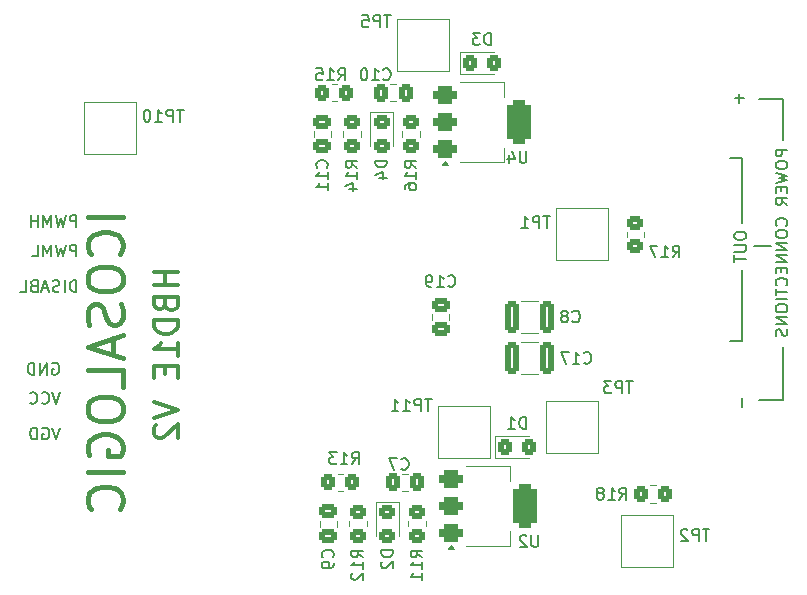
<source format=gbo>
G04 #@! TF.GenerationSoftware,KiCad,Pcbnew,8.0.9-8.0.9-0~ubuntu22.04.1*
G04 #@! TF.CreationDate,2025-04-03T00:10:20-07:00*
G04 #@! TF.ProjectId,HBD1E,48424431-452e-46b6-9963-61645f706362,rev?*
G04 #@! TF.SameCoordinates,Original*
G04 #@! TF.FileFunction,Legend,Bot*
G04 #@! TF.FilePolarity,Positive*
%FSLAX46Y46*%
G04 Gerber Fmt 4.6, Leading zero omitted, Abs format (unit mm)*
G04 Created by KiCad (PCBNEW 8.0.9-8.0.9-0~ubuntu22.04.1) date 2025-04-03 00:10:20*
%MOMM*%
%LPD*%
G01*
G04 APERTURE LIST*
G04 Aperture macros list*
%AMRoundRect*
0 Rectangle with rounded corners*
0 $1 Rounding radius*
0 $2 $3 $4 $5 $6 $7 $8 $9 X,Y pos of 4 corners*
0 Add a 4 corners polygon primitive as box body*
4,1,4,$2,$3,$4,$5,$6,$7,$8,$9,$2,$3,0*
0 Add four circle primitives for the rounded corners*
1,1,$1+$1,$2,$3*
1,1,$1+$1,$4,$5*
1,1,$1+$1,$6,$7*
1,1,$1+$1,$8,$9*
0 Add four rect primitives between the rounded corners*
20,1,$1+$1,$2,$3,$4,$5,0*
20,1,$1+$1,$4,$5,$6,$7,0*
20,1,$1+$1,$6,$7,$8,$9,0*
20,1,$1+$1,$8,$9,$2,$3,0*%
G04 Aperture macros list end*
%ADD10C,0.150000*%
%ADD11C,0.450000*%
%ADD12C,0.300000*%
%ADD13C,0.120000*%
%ADD14C,3.100000*%
%ADD15C,5.400000*%
%ADD16R,4.500000X1.905000*%
%ADD17O,4.500000X1.905000*%
%ADD18R,1.500000X1.500000*%
%ADD19C,1.500000*%
%ADD20C,2.700000*%
%ADD21R,1.700000X1.700000*%
%ADD22O,1.700000X1.700000*%
%ADD23R,4.000000X4.000000*%
%ADD24RoundRect,0.250000X0.450000X-0.350000X0.450000X0.350000X-0.450000X0.350000X-0.450000X-0.350000X0*%
%ADD25RoundRect,0.250000X-0.450000X0.350000X-0.450000X-0.350000X0.450000X-0.350000X0.450000X0.350000X0*%
%ADD26RoundRect,0.250000X0.475000X-0.337500X0.475000X0.337500X-0.475000X0.337500X-0.475000X-0.337500X0*%
%ADD27RoundRect,0.250000X0.337500X0.475000X-0.337500X0.475000X-0.337500X-0.475000X0.337500X-0.475000X0*%
%ADD28RoundRect,0.250000X-0.350000X-0.450000X0.350000X-0.450000X0.350000X0.450000X-0.350000X0.450000X0*%
%ADD29RoundRect,0.250000X-0.475000X0.337500X-0.475000X-0.337500X0.475000X-0.337500X0.475000X0.337500X0*%
%ADD30RoundRect,0.375000X-0.625000X-0.375000X0.625000X-0.375000X0.625000X0.375000X-0.625000X0.375000X0*%
%ADD31RoundRect,0.500000X-0.500000X-1.400000X0.500000X-1.400000X0.500000X1.400000X-0.500000X1.400000X0*%
%ADD32RoundRect,0.250000X-0.325000X-1.100000X0.325000X-1.100000X0.325000X1.100000X-0.325000X1.100000X0*%
%ADD33RoundRect,0.250000X-0.450000X0.325000X-0.450000X-0.325000X0.450000X-0.325000X0.450000X0.325000X0*%
%ADD34RoundRect,0.250000X-0.325000X-0.450000X0.325000X-0.450000X0.325000X0.450000X-0.325000X0.450000X0*%
G04 APERTURE END LIST*
D10*
X104000000Y-54000000D02*
X103000000Y-54000000D01*
X107500000Y-52500000D02*
X107500000Y-49000000D01*
X104000000Y-59500000D02*
X104000000Y-54000000D01*
X106500000Y-61500000D02*
X105000000Y-61500000D01*
X104000000Y-63500000D02*
X104000000Y-69500000D01*
X107500000Y-74500000D02*
X105500000Y-74500000D01*
X107500000Y-49000000D02*
X105500000Y-49000000D01*
X104000000Y-69500000D02*
X103000000Y-69500000D01*
X107500000Y-70000000D02*
X107500000Y-74500000D01*
X103369819Y-60527255D02*
X103369819Y-60717731D01*
X103369819Y-60717731D02*
X103417438Y-60812969D01*
X103417438Y-60812969D02*
X103512676Y-60908207D01*
X103512676Y-60908207D02*
X103703152Y-60955826D01*
X103703152Y-60955826D02*
X104036485Y-60955826D01*
X104036485Y-60955826D02*
X104226961Y-60908207D01*
X104226961Y-60908207D02*
X104322200Y-60812969D01*
X104322200Y-60812969D02*
X104369819Y-60717731D01*
X104369819Y-60717731D02*
X104369819Y-60527255D01*
X104369819Y-60527255D02*
X104322200Y-60432017D01*
X104322200Y-60432017D02*
X104226961Y-60336779D01*
X104226961Y-60336779D02*
X104036485Y-60289160D01*
X104036485Y-60289160D02*
X103703152Y-60289160D01*
X103703152Y-60289160D02*
X103512676Y-60336779D01*
X103512676Y-60336779D02*
X103417438Y-60432017D01*
X103417438Y-60432017D02*
X103369819Y-60527255D01*
X103369819Y-61384398D02*
X104179342Y-61384398D01*
X104179342Y-61384398D02*
X104274580Y-61432017D01*
X104274580Y-61432017D02*
X104322200Y-61479636D01*
X104322200Y-61479636D02*
X104369819Y-61574874D01*
X104369819Y-61574874D02*
X104369819Y-61765350D01*
X104369819Y-61765350D02*
X104322200Y-61860588D01*
X104322200Y-61860588D02*
X104274580Y-61908207D01*
X104274580Y-61908207D02*
X104179342Y-61955826D01*
X104179342Y-61955826D02*
X103369819Y-61955826D01*
X103369819Y-62289160D02*
X103369819Y-62860588D01*
X104369819Y-62574874D02*
X103369819Y-62574874D01*
X46306077Y-76869819D02*
X45972744Y-77869819D01*
X45972744Y-77869819D02*
X45639411Y-76869819D01*
X44782268Y-76917438D02*
X44877506Y-76869819D01*
X44877506Y-76869819D02*
X45020363Y-76869819D01*
X45020363Y-76869819D02*
X45163220Y-76917438D01*
X45163220Y-76917438D02*
X45258458Y-77012676D01*
X45258458Y-77012676D02*
X45306077Y-77107914D01*
X45306077Y-77107914D02*
X45353696Y-77298390D01*
X45353696Y-77298390D02*
X45353696Y-77441247D01*
X45353696Y-77441247D02*
X45306077Y-77631723D01*
X45306077Y-77631723D02*
X45258458Y-77726961D01*
X45258458Y-77726961D02*
X45163220Y-77822200D01*
X45163220Y-77822200D02*
X45020363Y-77869819D01*
X45020363Y-77869819D02*
X44925125Y-77869819D01*
X44925125Y-77869819D02*
X44782268Y-77822200D01*
X44782268Y-77822200D02*
X44734649Y-77774580D01*
X44734649Y-77774580D02*
X44734649Y-77441247D01*
X44734649Y-77441247D02*
X44925125Y-77441247D01*
X44306077Y-77869819D02*
X44306077Y-76869819D01*
X44306077Y-76869819D02*
X44067982Y-76869819D01*
X44067982Y-76869819D02*
X43925125Y-76917438D01*
X43925125Y-76917438D02*
X43829887Y-77012676D01*
X43829887Y-77012676D02*
X43782268Y-77107914D01*
X43782268Y-77107914D02*
X43734649Y-77298390D01*
X43734649Y-77298390D02*
X43734649Y-77441247D01*
X43734649Y-77441247D02*
X43782268Y-77631723D01*
X43782268Y-77631723D02*
X43829887Y-77726961D01*
X43829887Y-77726961D02*
X43925125Y-77822200D01*
X43925125Y-77822200D02*
X44067982Y-77869819D01*
X44067982Y-77869819D02*
X44306077Y-77869819D01*
D11*
X51609457Y-59010337D02*
X48609457Y-59010337D01*
X51323742Y-62153194D02*
X51466600Y-62010337D01*
X51466600Y-62010337D02*
X51609457Y-61581765D01*
X51609457Y-61581765D02*
X51609457Y-61296051D01*
X51609457Y-61296051D02*
X51466600Y-60867480D01*
X51466600Y-60867480D02*
X51180885Y-60581765D01*
X51180885Y-60581765D02*
X50895171Y-60438908D01*
X50895171Y-60438908D02*
X50323742Y-60296051D01*
X50323742Y-60296051D02*
X49895171Y-60296051D01*
X49895171Y-60296051D02*
X49323742Y-60438908D01*
X49323742Y-60438908D02*
X49038028Y-60581765D01*
X49038028Y-60581765D02*
X48752314Y-60867480D01*
X48752314Y-60867480D02*
X48609457Y-61296051D01*
X48609457Y-61296051D02*
X48609457Y-61581765D01*
X48609457Y-61581765D02*
X48752314Y-62010337D01*
X48752314Y-62010337D02*
X48895171Y-62153194D01*
X48609457Y-64010337D02*
X48609457Y-64581765D01*
X48609457Y-64581765D02*
X48752314Y-64867480D01*
X48752314Y-64867480D02*
X49038028Y-65153194D01*
X49038028Y-65153194D02*
X49609457Y-65296051D01*
X49609457Y-65296051D02*
X50609457Y-65296051D01*
X50609457Y-65296051D02*
X51180885Y-65153194D01*
X51180885Y-65153194D02*
X51466600Y-64867480D01*
X51466600Y-64867480D02*
X51609457Y-64581765D01*
X51609457Y-64581765D02*
X51609457Y-64010337D01*
X51609457Y-64010337D02*
X51466600Y-63724623D01*
X51466600Y-63724623D02*
X51180885Y-63438908D01*
X51180885Y-63438908D02*
X50609457Y-63296051D01*
X50609457Y-63296051D02*
X49609457Y-63296051D01*
X49609457Y-63296051D02*
X49038028Y-63438908D01*
X49038028Y-63438908D02*
X48752314Y-63724623D01*
X48752314Y-63724623D02*
X48609457Y-64010337D01*
X51466600Y-66438908D02*
X51609457Y-66867480D01*
X51609457Y-66867480D02*
X51609457Y-67581765D01*
X51609457Y-67581765D02*
X51466600Y-67867480D01*
X51466600Y-67867480D02*
X51323742Y-68010337D01*
X51323742Y-68010337D02*
X51038028Y-68153194D01*
X51038028Y-68153194D02*
X50752314Y-68153194D01*
X50752314Y-68153194D02*
X50466600Y-68010337D01*
X50466600Y-68010337D02*
X50323742Y-67867480D01*
X50323742Y-67867480D02*
X50180885Y-67581765D01*
X50180885Y-67581765D02*
X50038028Y-67010337D01*
X50038028Y-67010337D02*
X49895171Y-66724622D01*
X49895171Y-66724622D02*
X49752314Y-66581765D01*
X49752314Y-66581765D02*
X49466600Y-66438908D01*
X49466600Y-66438908D02*
X49180885Y-66438908D01*
X49180885Y-66438908D02*
X48895171Y-66581765D01*
X48895171Y-66581765D02*
X48752314Y-66724622D01*
X48752314Y-66724622D02*
X48609457Y-67010337D01*
X48609457Y-67010337D02*
X48609457Y-67724622D01*
X48609457Y-67724622D02*
X48752314Y-68153194D01*
X50752314Y-69296051D02*
X50752314Y-70724623D01*
X51609457Y-69010337D02*
X48609457Y-70010337D01*
X48609457Y-70010337D02*
X51609457Y-71010337D01*
X51609457Y-73438909D02*
X51609457Y-72010337D01*
X51609457Y-72010337D02*
X48609457Y-72010337D01*
X48609457Y-75010337D02*
X48609457Y-75581765D01*
X48609457Y-75581765D02*
X48752314Y-75867480D01*
X48752314Y-75867480D02*
X49038028Y-76153194D01*
X49038028Y-76153194D02*
X49609457Y-76296051D01*
X49609457Y-76296051D02*
X50609457Y-76296051D01*
X50609457Y-76296051D02*
X51180885Y-76153194D01*
X51180885Y-76153194D02*
X51466600Y-75867480D01*
X51466600Y-75867480D02*
X51609457Y-75581765D01*
X51609457Y-75581765D02*
X51609457Y-75010337D01*
X51609457Y-75010337D02*
X51466600Y-74724623D01*
X51466600Y-74724623D02*
X51180885Y-74438908D01*
X51180885Y-74438908D02*
X50609457Y-74296051D01*
X50609457Y-74296051D02*
X49609457Y-74296051D01*
X49609457Y-74296051D02*
X49038028Y-74438908D01*
X49038028Y-74438908D02*
X48752314Y-74724623D01*
X48752314Y-74724623D02*
X48609457Y-75010337D01*
X48752314Y-79153194D02*
X48609457Y-78867480D01*
X48609457Y-78867480D02*
X48609457Y-78438908D01*
X48609457Y-78438908D02*
X48752314Y-78010337D01*
X48752314Y-78010337D02*
X49038028Y-77724622D01*
X49038028Y-77724622D02*
X49323742Y-77581765D01*
X49323742Y-77581765D02*
X49895171Y-77438908D01*
X49895171Y-77438908D02*
X50323742Y-77438908D01*
X50323742Y-77438908D02*
X50895171Y-77581765D01*
X50895171Y-77581765D02*
X51180885Y-77724622D01*
X51180885Y-77724622D02*
X51466600Y-78010337D01*
X51466600Y-78010337D02*
X51609457Y-78438908D01*
X51609457Y-78438908D02*
X51609457Y-78724622D01*
X51609457Y-78724622D02*
X51466600Y-79153194D01*
X51466600Y-79153194D02*
X51323742Y-79296051D01*
X51323742Y-79296051D02*
X50323742Y-79296051D01*
X50323742Y-79296051D02*
X50323742Y-78724622D01*
X51609457Y-80581765D02*
X48609457Y-80581765D01*
X51323742Y-83724622D02*
X51466600Y-83581765D01*
X51466600Y-83581765D02*
X51609457Y-83153193D01*
X51609457Y-83153193D02*
X51609457Y-82867479D01*
X51609457Y-82867479D02*
X51466600Y-82438908D01*
X51466600Y-82438908D02*
X51180885Y-82153193D01*
X51180885Y-82153193D02*
X50895171Y-82010336D01*
X50895171Y-82010336D02*
X50323742Y-81867479D01*
X50323742Y-81867479D02*
X49895171Y-81867479D01*
X49895171Y-81867479D02*
X49323742Y-82010336D01*
X49323742Y-82010336D02*
X49038028Y-82153193D01*
X49038028Y-82153193D02*
X48752314Y-82438908D01*
X48752314Y-82438908D02*
X48609457Y-82867479D01*
X48609457Y-82867479D02*
X48609457Y-83153193D01*
X48609457Y-83153193D02*
X48752314Y-83581765D01*
X48752314Y-83581765D02*
X48895171Y-83724622D01*
D10*
X47663220Y-62369819D02*
X47663220Y-61369819D01*
X47663220Y-61369819D02*
X47282268Y-61369819D01*
X47282268Y-61369819D02*
X47187030Y-61417438D01*
X47187030Y-61417438D02*
X47139411Y-61465057D01*
X47139411Y-61465057D02*
X47091792Y-61560295D01*
X47091792Y-61560295D02*
X47091792Y-61703152D01*
X47091792Y-61703152D02*
X47139411Y-61798390D01*
X47139411Y-61798390D02*
X47187030Y-61846009D01*
X47187030Y-61846009D02*
X47282268Y-61893628D01*
X47282268Y-61893628D02*
X47663220Y-61893628D01*
X46758458Y-61369819D02*
X46520363Y-62369819D01*
X46520363Y-62369819D02*
X46329887Y-61655533D01*
X46329887Y-61655533D02*
X46139411Y-62369819D01*
X46139411Y-62369819D02*
X45901316Y-61369819D01*
X45520363Y-62369819D02*
X45520363Y-61369819D01*
X45520363Y-61369819D02*
X45187030Y-62084104D01*
X45187030Y-62084104D02*
X44853697Y-61369819D01*
X44853697Y-61369819D02*
X44853697Y-62369819D01*
X43901316Y-62369819D02*
X44377506Y-62369819D01*
X44377506Y-62369819D02*
X44377506Y-61369819D01*
X47663220Y-65369819D02*
X47663220Y-64369819D01*
X47663220Y-64369819D02*
X47425125Y-64369819D01*
X47425125Y-64369819D02*
X47282268Y-64417438D01*
X47282268Y-64417438D02*
X47187030Y-64512676D01*
X47187030Y-64512676D02*
X47139411Y-64607914D01*
X47139411Y-64607914D02*
X47091792Y-64798390D01*
X47091792Y-64798390D02*
X47091792Y-64941247D01*
X47091792Y-64941247D02*
X47139411Y-65131723D01*
X47139411Y-65131723D02*
X47187030Y-65226961D01*
X47187030Y-65226961D02*
X47282268Y-65322200D01*
X47282268Y-65322200D02*
X47425125Y-65369819D01*
X47425125Y-65369819D02*
X47663220Y-65369819D01*
X46663220Y-65369819D02*
X46663220Y-64369819D01*
X46234649Y-65322200D02*
X46091792Y-65369819D01*
X46091792Y-65369819D02*
X45853697Y-65369819D01*
X45853697Y-65369819D02*
X45758459Y-65322200D01*
X45758459Y-65322200D02*
X45710840Y-65274580D01*
X45710840Y-65274580D02*
X45663221Y-65179342D01*
X45663221Y-65179342D02*
X45663221Y-65084104D01*
X45663221Y-65084104D02*
X45710840Y-64988866D01*
X45710840Y-64988866D02*
X45758459Y-64941247D01*
X45758459Y-64941247D02*
X45853697Y-64893628D01*
X45853697Y-64893628D02*
X46044173Y-64846009D01*
X46044173Y-64846009D02*
X46139411Y-64798390D01*
X46139411Y-64798390D02*
X46187030Y-64750771D01*
X46187030Y-64750771D02*
X46234649Y-64655533D01*
X46234649Y-64655533D02*
X46234649Y-64560295D01*
X46234649Y-64560295D02*
X46187030Y-64465057D01*
X46187030Y-64465057D02*
X46139411Y-64417438D01*
X46139411Y-64417438D02*
X46044173Y-64369819D01*
X46044173Y-64369819D02*
X45806078Y-64369819D01*
X45806078Y-64369819D02*
X45663221Y-64417438D01*
X45282268Y-65084104D02*
X44806078Y-65084104D01*
X45377506Y-65369819D02*
X45044173Y-64369819D01*
X45044173Y-64369819D02*
X44710840Y-65369819D01*
X44044173Y-64846009D02*
X43901316Y-64893628D01*
X43901316Y-64893628D02*
X43853697Y-64941247D01*
X43853697Y-64941247D02*
X43806078Y-65036485D01*
X43806078Y-65036485D02*
X43806078Y-65179342D01*
X43806078Y-65179342D02*
X43853697Y-65274580D01*
X43853697Y-65274580D02*
X43901316Y-65322200D01*
X43901316Y-65322200D02*
X43996554Y-65369819D01*
X43996554Y-65369819D02*
X44377506Y-65369819D01*
X44377506Y-65369819D02*
X44377506Y-64369819D01*
X44377506Y-64369819D02*
X44044173Y-64369819D01*
X44044173Y-64369819D02*
X43948935Y-64417438D01*
X43948935Y-64417438D02*
X43901316Y-64465057D01*
X43901316Y-64465057D02*
X43853697Y-64560295D01*
X43853697Y-64560295D02*
X43853697Y-64655533D01*
X43853697Y-64655533D02*
X43901316Y-64750771D01*
X43901316Y-64750771D02*
X43948935Y-64798390D01*
X43948935Y-64798390D02*
X44044173Y-64846009D01*
X44044173Y-64846009D02*
X44377506Y-64846009D01*
X42901316Y-65369819D02*
X43377506Y-65369819D01*
X43377506Y-65369819D02*
X43377506Y-64369819D01*
X103988866Y-74336779D02*
X103988866Y-75098684D01*
X45639411Y-71417438D02*
X45734649Y-71369819D01*
X45734649Y-71369819D02*
X45877506Y-71369819D01*
X45877506Y-71369819D02*
X46020363Y-71417438D01*
X46020363Y-71417438D02*
X46115601Y-71512676D01*
X46115601Y-71512676D02*
X46163220Y-71607914D01*
X46163220Y-71607914D02*
X46210839Y-71798390D01*
X46210839Y-71798390D02*
X46210839Y-71941247D01*
X46210839Y-71941247D02*
X46163220Y-72131723D01*
X46163220Y-72131723D02*
X46115601Y-72226961D01*
X46115601Y-72226961D02*
X46020363Y-72322200D01*
X46020363Y-72322200D02*
X45877506Y-72369819D01*
X45877506Y-72369819D02*
X45782268Y-72369819D01*
X45782268Y-72369819D02*
X45639411Y-72322200D01*
X45639411Y-72322200D02*
X45591792Y-72274580D01*
X45591792Y-72274580D02*
X45591792Y-71941247D01*
X45591792Y-71941247D02*
X45782268Y-71941247D01*
X45163220Y-72369819D02*
X45163220Y-71369819D01*
X45163220Y-71369819D02*
X44591792Y-72369819D01*
X44591792Y-72369819D02*
X44591792Y-71369819D01*
X44115601Y-72369819D02*
X44115601Y-71369819D01*
X44115601Y-71369819D02*
X43877506Y-71369819D01*
X43877506Y-71369819D02*
X43734649Y-71417438D01*
X43734649Y-71417438D02*
X43639411Y-71512676D01*
X43639411Y-71512676D02*
X43591792Y-71607914D01*
X43591792Y-71607914D02*
X43544173Y-71798390D01*
X43544173Y-71798390D02*
X43544173Y-71941247D01*
X43544173Y-71941247D02*
X43591792Y-72131723D01*
X43591792Y-72131723D02*
X43639411Y-72226961D01*
X43639411Y-72226961D02*
X43734649Y-72322200D01*
X43734649Y-72322200D02*
X43877506Y-72369819D01*
X43877506Y-72369819D02*
X44115601Y-72369819D01*
X107869819Y-53336779D02*
X106869819Y-53336779D01*
X106869819Y-53336779D02*
X106869819Y-53717731D01*
X106869819Y-53717731D02*
X106917438Y-53812969D01*
X106917438Y-53812969D02*
X106965057Y-53860588D01*
X106965057Y-53860588D02*
X107060295Y-53908207D01*
X107060295Y-53908207D02*
X107203152Y-53908207D01*
X107203152Y-53908207D02*
X107298390Y-53860588D01*
X107298390Y-53860588D02*
X107346009Y-53812969D01*
X107346009Y-53812969D02*
X107393628Y-53717731D01*
X107393628Y-53717731D02*
X107393628Y-53336779D01*
X106869819Y-54527255D02*
X106869819Y-54717731D01*
X106869819Y-54717731D02*
X106917438Y-54812969D01*
X106917438Y-54812969D02*
X107012676Y-54908207D01*
X107012676Y-54908207D02*
X107203152Y-54955826D01*
X107203152Y-54955826D02*
X107536485Y-54955826D01*
X107536485Y-54955826D02*
X107726961Y-54908207D01*
X107726961Y-54908207D02*
X107822200Y-54812969D01*
X107822200Y-54812969D02*
X107869819Y-54717731D01*
X107869819Y-54717731D02*
X107869819Y-54527255D01*
X107869819Y-54527255D02*
X107822200Y-54432017D01*
X107822200Y-54432017D02*
X107726961Y-54336779D01*
X107726961Y-54336779D02*
X107536485Y-54289160D01*
X107536485Y-54289160D02*
X107203152Y-54289160D01*
X107203152Y-54289160D02*
X107012676Y-54336779D01*
X107012676Y-54336779D02*
X106917438Y-54432017D01*
X106917438Y-54432017D02*
X106869819Y-54527255D01*
X106869819Y-55289160D02*
X107869819Y-55527255D01*
X107869819Y-55527255D02*
X107155533Y-55717731D01*
X107155533Y-55717731D02*
X107869819Y-55908207D01*
X107869819Y-55908207D02*
X106869819Y-56146303D01*
X107346009Y-56527255D02*
X107346009Y-56860588D01*
X107869819Y-57003445D02*
X107869819Y-56527255D01*
X107869819Y-56527255D02*
X106869819Y-56527255D01*
X106869819Y-56527255D02*
X106869819Y-57003445D01*
X107869819Y-58003445D02*
X107393628Y-57670112D01*
X107869819Y-57432017D02*
X106869819Y-57432017D01*
X106869819Y-57432017D02*
X106869819Y-57812969D01*
X106869819Y-57812969D02*
X106917438Y-57908207D01*
X106917438Y-57908207D02*
X106965057Y-57955826D01*
X106965057Y-57955826D02*
X107060295Y-58003445D01*
X107060295Y-58003445D02*
X107203152Y-58003445D01*
X107203152Y-58003445D02*
X107298390Y-57955826D01*
X107298390Y-57955826D02*
X107346009Y-57908207D01*
X107346009Y-57908207D02*
X107393628Y-57812969D01*
X107393628Y-57812969D02*
X107393628Y-57432017D01*
X107774580Y-59765350D02*
X107822200Y-59717731D01*
X107822200Y-59717731D02*
X107869819Y-59574874D01*
X107869819Y-59574874D02*
X107869819Y-59479636D01*
X107869819Y-59479636D02*
X107822200Y-59336779D01*
X107822200Y-59336779D02*
X107726961Y-59241541D01*
X107726961Y-59241541D02*
X107631723Y-59193922D01*
X107631723Y-59193922D02*
X107441247Y-59146303D01*
X107441247Y-59146303D02*
X107298390Y-59146303D01*
X107298390Y-59146303D02*
X107107914Y-59193922D01*
X107107914Y-59193922D02*
X107012676Y-59241541D01*
X107012676Y-59241541D02*
X106917438Y-59336779D01*
X106917438Y-59336779D02*
X106869819Y-59479636D01*
X106869819Y-59479636D02*
X106869819Y-59574874D01*
X106869819Y-59574874D02*
X106917438Y-59717731D01*
X106917438Y-59717731D02*
X106965057Y-59765350D01*
X106869819Y-60384398D02*
X106869819Y-60574874D01*
X106869819Y-60574874D02*
X106917438Y-60670112D01*
X106917438Y-60670112D02*
X107012676Y-60765350D01*
X107012676Y-60765350D02*
X107203152Y-60812969D01*
X107203152Y-60812969D02*
X107536485Y-60812969D01*
X107536485Y-60812969D02*
X107726961Y-60765350D01*
X107726961Y-60765350D02*
X107822200Y-60670112D01*
X107822200Y-60670112D02*
X107869819Y-60574874D01*
X107869819Y-60574874D02*
X107869819Y-60384398D01*
X107869819Y-60384398D02*
X107822200Y-60289160D01*
X107822200Y-60289160D02*
X107726961Y-60193922D01*
X107726961Y-60193922D02*
X107536485Y-60146303D01*
X107536485Y-60146303D02*
X107203152Y-60146303D01*
X107203152Y-60146303D02*
X107012676Y-60193922D01*
X107012676Y-60193922D02*
X106917438Y-60289160D01*
X106917438Y-60289160D02*
X106869819Y-60384398D01*
X107869819Y-61241541D02*
X106869819Y-61241541D01*
X106869819Y-61241541D02*
X107869819Y-61812969D01*
X107869819Y-61812969D02*
X106869819Y-61812969D01*
X107869819Y-62289160D02*
X106869819Y-62289160D01*
X106869819Y-62289160D02*
X107869819Y-62860588D01*
X107869819Y-62860588D02*
X106869819Y-62860588D01*
X107346009Y-63336779D02*
X107346009Y-63670112D01*
X107869819Y-63812969D02*
X107869819Y-63336779D01*
X107869819Y-63336779D02*
X106869819Y-63336779D01*
X106869819Y-63336779D02*
X106869819Y-63812969D01*
X107774580Y-64812969D02*
X107822200Y-64765350D01*
X107822200Y-64765350D02*
X107869819Y-64622493D01*
X107869819Y-64622493D02*
X107869819Y-64527255D01*
X107869819Y-64527255D02*
X107822200Y-64384398D01*
X107822200Y-64384398D02*
X107726961Y-64289160D01*
X107726961Y-64289160D02*
X107631723Y-64241541D01*
X107631723Y-64241541D02*
X107441247Y-64193922D01*
X107441247Y-64193922D02*
X107298390Y-64193922D01*
X107298390Y-64193922D02*
X107107914Y-64241541D01*
X107107914Y-64241541D02*
X107012676Y-64289160D01*
X107012676Y-64289160D02*
X106917438Y-64384398D01*
X106917438Y-64384398D02*
X106869819Y-64527255D01*
X106869819Y-64527255D02*
X106869819Y-64622493D01*
X106869819Y-64622493D02*
X106917438Y-64765350D01*
X106917438Y-64765350D02*
X106965057Y-64812969D01*
X106869819Y-65098684D02*
X106869819Y-65670112D01*
X107869819Y-65384398D02*
X106869819Y-65384398D01*
X107869819Y-66003446D02*
X106869819Y-66003446D01*
X106869819Y-66670112D02*
X106869819Y-66860588D01*
X106869819Y-66860588D02*
X106917438Y-66955826D01*
X106917438Y-66955826D02*
X107012676Y-67051064D01*
X107012676Y-67051064D02*
X107203152Y-67098683D01*
X107203152Y-67098683D02*
X107536485Y-67098683D01*
X107536485Y-67098683D02*
X107726961Y-67051064D01*
X107726961Y-67051064D02*
X107822200Y-66955826D01*
X107822200Y-66955826D02*
X107869819Y-66860588D01*
X107869819Y-66860588D02*
X107869819Y-66670112D01*
X107869819Y-66670112D02*
X107822200Y-66574874D01*
X107822200Y-66574874D02*
X107726961Y-66479636D01*
X107726961Y-66479636D02*
X107536485Y-66432017D01*
X107536485Y-66432017D02*
X107203152Y-66432017D01*
X107203152Y-66432017D02*
X107012676Y-66479636D01*
X107012676Y-66479636D02*
X106917438Y-66574874D01*
X106917438Y-66574874D02*
X106869819Y-66670112D01*
X107869819Y-67527255D02*
X106869819Y-67527255D01*
X106869819Y-67527255D02*
X107869819Y-68098683D01*
X107869819Y-68098683D02*
X106869819Y-68098683D01*
X107822200Y-68527255D02*
X107869819Y-68670112D01*
X107869819Y-68670112D02*
X107869819Y-68908207D01*
X107869819Y-68908207D02*
X107822200Y-69003445D01*
X107822200Y-69003445D02*
X107774580Y-69051064D01*
X107774580Y-69051064D02*
X107679342Y-69098683D01*
X107679342Y-69098683D02*
X107584104Y-69098683D01*
X107584104Y-69098683D02*
X107488866Y-69051064D01*
X107488866Y-69051064D02*
X107441247Y-69003445D01*
X107441247Y-69003445D02*
X107393628Y-68908207D01*
X107393628Y-68908207D02*
X107346009Y-68717731D01*
X107346009Y-68717731D02*
X107298390Y-68622493D01*
X107298390Y-68622493D02*
X107250771Y-68574874D01*
X107250771Y-68574874D02*
X107155533Y-68527255D01*
X107155533Y-68527255D02*
X107060295Y-68527255D01*
X107060295Y-68527255D02*
X106965057Y-68574874D01*
X106965057Y-68574874D02*
X106917438Y-68622493D01*
X106917438Y-68622493D02*
X106869819Y-68717731D01*
X106869819Y-68717731D02*
X106869819Y-68955826D01*
X106869819Y-68955826D02*
X106917438Y-69098683D01*
X46306077Y-73869819D02*
X45972744Y-74869819D01*
X45972744Y-74869819D02*
X45639411Y-73869819D01*
X44734649Y-74774580D02*
X44782268Y-74822200D01*
X44782268Y-74822200D02*
X44925125Y-74869819D01*
X44925125Y-74869819D02*
X45020363Y-74869819D01*
X45020363Y-74869819D02*
X45163220Y-74822200D01*
X45163220Y-74822200D02*
X45258458Y-74726961D01*
X45258458Y-74726961D02*
X45306077Y-74631723D01*
X45306077Y-74631723D02*
X45353696Y-74441247D01*
X45353696Y-74441247D02*
X45353696Y-74298390D01*
X45353696Y-74298390D02*
X45306077Y-74107914D01*
X45306077Y-74107914D02*
X45258458Y-74012676D01*
X45258458Y-74012676D02*
X45163220Y-73917438D01*
X45163220Y-73917438D02*
X45020363Y-73869819D01*
X45020363Y-73869819D02*
X44925125Y-73869819D01*
X44925125Y-73869819D02*
X44782268Y-73917438D01*
X44782268Y-73917438D02*
X44734649Y-73965057D01*
X43734649Y-74774580D02*
X43782268Y-74822200D01*
X43782268Y-74822200D02*
X43925125Y-74869819D01*
X43925125Y-74869819D02*
X44020363Y-74869819D01*
X44020363Y-74869819D02*
X44163220Y-74822200D01*
X44163220Y-74822200D02*
X44258458Y-74726961D01*
X44258458Y-74726961D02*
X44306077Y-74631723D01*
X44306077Y-74631723D02*
X44353696Y-74441247D01*
X44353696Y-74441247D02*
X44353696Y-74298390D01*
X44353696Y-74298390D02*
X44306077Y-74107914D01*
X44306077Y-74107914D02*
X44258458Y-74012676D01*
X44258458Y-74012676D02*
X44163220Y-73917438D01*
X44163220Y-73917438D02*
X44020363Y-73869819D01*
X44020363Y-73869819D02*
X43925125Y-73869819D01*
X43925125Y-73869819D02*
X43782268Y-73917438D01*
X43782268Y-73917438D02*
X43734649Y-73965057D01*
X104163220Y-48988866D02*
X103401316Y-48988866D01*
X103782268Y-49369819D02*
X103782268Y-48607914D01*
X47663220Y-59869819D02*
X47663220Y-58869819D01*
X47663220Y-58869819D02*
X47282268Y-58869819D01*
X47282268Y-58869819D02*
X47187030Y-58917438D01*
X47187030Y-58917438D02*
X47139411Y-58965057D01*
X47139411Y-58965057D02*
X47091792Y-59060295D01*
X47091792Y-59060295D02*
X47091792Y-59203152D01*
X47091792Y-59203152D02*
X47139411Y-59298390D01*
X47139411Y-59298390D02*
X47187030Y-59346009D01*
X47187030Y-59346009D02*
X47282268Y-59393628D01*
X47282268Y-59393628D02*
X47663220Y-59393628D01*
X46758458Y-58869819D02*
X46520363Y-59869819D01*
X46520363Y-59869819D02*
X46329887Y-59155533D01*
X46329887Y-59155533D02*
X46139411Y-59869819D01*
X46139411Y-59869819D02*
X45901316Y-58869819D01*
X45520363Y-59869819D02*
X45520363Y-58869819D01*
X45520363Y-58869819D02*
X45187030Y-59584104D01*
X45187030Y-59584104D02*
X44853697Y-58869819D01*
X44853697Y-58869819D02*
X44853697Y-59869819D01*
X44377506Y-59869819D02*
X44377506Y-58869819D01*
X44377506Y-59346009D02*
X43806078Y-59346009D01*
X43806078Y-59869819D02*
X43806078Y-58869819D01*
D12*
X56239638Y-63673558D02*
X54239638Y-63673558D01*
X55192019Y-63673558D02*
X55192019Y-64816415D01*
X56239638Y-64816415D02*
X54239638Y-64816415D01*
X55192019Y-66435463D02*
X55287257Y-66721177D01*
X55287257Y-66721177D02*
X55382495Y-66816415D01*
X55382495Y-66816415D02*
X55572971Y-66911653D01*
X55572971Y-66911653D02*
X55858685Y-66911653D01*
X55858685Y-66911653D02*
X56049161Y-66816415D01*
X56049161Y-66816415D02*
X56144400Y-66721177D01*
X56144400Y-66721177D02*
X56239638Y-66530701D01*
X56239638Y-66530701D02*
X56239638Y-65768796D01*
X56239638Y-65768796D02*
X54239638Y-65768796D01*
X54239638Y-65768796D02*
X54239638Y-66435463D01*
X54239638Y-66435463D02*
X54334876Y-66625939D01*
X54334876Y-66625939D02*
X54430114Y-66721177D01*
X54430114Y-66721177D02*
X54620590Y-66816415D01*
X54620590Y-66816415D02*
X54811066Y-66816415D01*
X54811066Y-66816415D02*
X55001542Y-66721177D01*
X55001542Y-66721177D02*
X55096780Y-66625939D01*
X55096780Y-66625939D02*
X55192019Y-66435463D01*
X55192019Y-66435463D02*
X55192019Y-65768796D01*
X56239638Y-67768796D02*
X54239638Y-67768796D01*
X54239638Y-67768796D02*
X54239638Y-68244986D01*
X54239638Y-68244986D02*
X54334876Y-68530701D01*
X54334876Y-68530701D02*
X54525352Y-68721177D01*
X54525352Y-68721177D02*
X54715828Y-68816415D01*
X54715828Y-68816415D02*
X55096780Y-68911653D01*
X55096780Y-68911653D02*
X55382495Y-68911653D01*
X55382495Y-68911653D02*
X55763447Y-68816415D01*
X55763447Y-68816415D02*
X55953923Y-68721177D01*
X55953923Y-68721177D02*
X56144400Y-68530701D01*
X56144400Y-68530701D02*
X56239638Y-68244986D01*
X56239638Y-68244986D02*
X56239638Y-67768796D01*
X56239638Y-70816415D02*
X56239638Y-69673558D01*
X56239638Y-70244986D02*
X54239638Y-70244986D01*
X54239638Y-70244986D02*
X54525352Y-70054510D01*
X54525352Y-70054510D02*
X54715828Y-69864034D01*
X54715828Y-69864034D02*
X54811066Y-69673558D01*
X55192019Y-71673558D02*
X55192019Y-72340225D01*
X56239638Y-72625939D02*
X56239638Y-71673558D01*
X56239638Y-71673558D02*
X54239638Y-71673558D01*
X54239638Y-71673558D02*
X54239638Y-72625939D01*
X54239638Y-74721178D02*
X56239638Y-75387844D01*
X56239638Y-75387844D02*
X54239638Y-76054511D01*
X54430114Y-76625940D02*
X54334876Y-76721178D01*
X54334876Y-76721178D02*
X54239638Y-76911654D01*
X54239638Y-76911654D02*
X54239638Y-77387845D01*
X54239638Y-77387845D02*
X54334876Y-77578321D01*
X54334876Y-77578321D02*
X54430114Y-77673559D01*
X54430114Y-77673559D02*
X54620590Y-77768797D01*
X54620590Y-77768797D02*
X54811066Y-77768797D01*
X54811066Y-77768797D02*
X55096780Y-77673559D01*
X55096780Y-77673559D02*
X56239638Y-76530702D01*
X56239638Y-76530702D02*
X56239638Y-77768797D01*
D10*
X101261904Y-85454819D02*
X100690476Y-85454819D01*
X100976190Y-86454819D02*
X100976190Y-85454819D01*
X100357142Y-86454819D02*
X100357142Y-85454819D01*
X100357142Y-85454819D02*
X99976190Y-85454819D01*
X99976190Y-85454819D02*
X99880952Y-85502438D01*
X99880952Y-85502438D02*
X99833333Y-85550057D01*
X99833333Y-85550057D02*
X99785714Y-85645295D01*
X99785714Y-85645295D02*
X99785714Y-85788152D01*
X99785714Y-85788152D02*
X99833333Y-85883390D01*
X99833333Y-85883390D02*
X99880952Y-85931009D01*
X99880952Y-85931009D02*
X99976190Y-85978628D01*
X99976190Y-85978628D02*
X100357142Y-85978628D01*
X99404761Y-85550057D02*
X99357142Y-85502438D01*
X99357142Y-85502438D02*
X99261904Y-85454819D01*
X99261904Y-85454819D02*
X99023809Y-85454819D01*
X99023809Y-85454819D02*
X98928571Y-85502438D01*
X98928571Y-85502438D02*
X98880952Y-85550057D01*
X98880952Y-85550057D02*
X98833333Y-85645295D01*
X98833333Y-85645295D02*
X98833333Y-85740533D01*
X98833333Y-85740533D02*
X98880952Y-85883390D01*
X98880952Y-85883390D02*
X99452380Y-86454819D01*
X99452380Y-86454819D02*
X98833333Y-86454819D01*
X87761904Y-58954819D02*
X87190476Y-58954819D01*
X87476190Y-59954819D02*
X87476190Y-58954819D01*
X86857142Y-59954819D02*
X86857142Y-58954819D01*
X86857142Y-58954819D02*
X86476190Y-58954819D01*
X86476190Y-58954819D02*
X86380952Y-59002438D01*
X86380952Y-59002438D02*
X86333333Y-59050057D01*
X86333333Y-59050057D02*
X86285714Y-59145295D01*
X86285714Y-59145295D02*
X86285714Y-59288152D01*
X86285714Y-59288152D02*
X86333333Y-59383390D01*
X86333333Y-59383390D02*
X86380952Y-59431009D01*
X86380952Y-59431009D02*
X86476190Y-59478628D01*
X86476190Y-59478628D02*
X86857142Y-59478628D01*
X85333333Y-59954819D02*
X85904761Y-59954819D01*
X85619047Y-59954819D02*
X85619047Y-58954819D01*
X85619047Y-58954819D02*
X85714285Y-59097676D01*
X85714285Y-59097676D02*
X85809523Y-59192914D01*
X85809523Y-59192914D02*
X85904761Y-59240533D01*
X76954819Y-87857142D02*
X76478628Y-87523809D01*
X76954819Y-87285714D02*
X75954819Y-87285714D01*
X75954819Y-87285714D02*
X75954819Y-87666666D01*
X75954819Y-87666666D02*
X76002438Y-87761904D01*
X76002438Y-87761904D02*
X76050057Y-87809523D01*
X76050057Y-87809523D02*
X76145295Y-87857142D01*
X76145295Y-87857142D02*
X76288152Y-87857142D01*
X76288152Y-87857142D02*
X76383390Y-87809523D01*
X76383390Y-87809523D02*
X76431009Y-87761904D01*
X76431009Y-87761904D02*
X76478628Y-87666666D01*
X76478628Y-87666666D02*
X76478628Y-87285714D01*
X76954819Y-88809523D02*
X76954819Y-88238095D01*
X76954819Y-88523809D02*
X75954819Y-88523809D01*
X75954819Y-88523809D02*
X76097676Y-88428571D01*
X76097676Y-88428571D02*
X76192914Y-88333333D01*
X76192914Y-88333333D02*
X76240533Y-88238095D01*
X76954819Y-89761904D02*
X76954819Y-89190476D01*
X76954819Y-89476190D02*
X75954819Y-89476190D01*
X75954819Y-89476190D02*
X76097676Y-89380952D01*
X76097676Y-89380952D02*
X76192914Y-89285714D01*
X76192914Y-89285714D02*
X76240533Y-89190476D01*
X71454819Y-54857142D02*
X70978628Y-54523809D01*
X71454819Y-54285714D02*
X70454819Y-54285714D01*
X70454819Y-54285714D02*
X70454819Y-54666666D01*
X70454819Y-54666666D02*
X70502438Y-54761904D01*
X70502438Y-54761904D02*
X70550057Y-54809523D01*
X70550057Y-54809523D02*
X70645295Y-54857142D01*
X70645295Y-54857142D02*
X70788152Y-54857142D01*
X70788152Y-54857142D02*
X70883390Y-54809523D01*
X70883390Y-54809523D02*
X70931009Y-54761904D01*
X70931009Y-54761904D02*
X70978628Y-54666666D01*
X70978628Y-54666666D02*
X70978628Y-54285714D01*
X71454819Y-55809523D02*
X71454819Y-55238095D01*
X71454819Y-55523809D02*
X70454819Y-55523809D01*
X70454819Y-55523809D02*
X70597676Y-55428571D01*
X70597676Y-55428571D02*
X70692914Y-55333333D01*
X70692914Y-55333333D02*
X70740533Y-55238095D01*
X70788152Y-56666666D02*
X71454819Y-56666666D01*
X70407200Y-56428571D02*
X71121485Y-56190476D01*
X71121485Y-56190476D02*
X71121485Y-56809523D01*
X69359580Y-87833333D02*
X69407200Y-87785714D01*
X69407200Y-87785714D02*
X69454819Y-87642857D01*
X69454819Y-87642857D02*
X69454819Y-87547619D01*
X69454819Y-87547619D02*
X69407200Y-87404762D01*
X69407200Y-87404762D02*
X69311961Y-87309524D01*
X69311961Y-87309524D02*
X69216723Y-87261905D01*
X69216723Y-87261905D02*
X69026247Y-87214286D01*
X69026247Y-87214286D02*
X68883390Y-87214286D01*
X68883390Y-87214286D02*
X68692914Y-87261905D01*
X68692914Y-87261905D02*
X68597676Y-87309524D01*
X68597676Y-87309524D02*
X68502438Y-87404762D01*
X68502438Y-87404762D02*
X68454819Y-87547619D01*
X68454819Y-87547619D02*
X68454819Y-87642857D01*
X68454819Y-87642857D02*
X68502438Y-87785714D01*
X68502438Y-87785714D02*
X68550057Y-87833333D01*
X69454819Y-88309524D02*
X69454819Y-88500000D01*
X69454819Y-88500000D02*
X69407200Y-88595238D01*
X69407200Y-88595238D02*
X69359580Y-88642857D01*
X69359580Y-88642857D02*
X69216723Y-88738095D01*
X69216723Y-88738095D02*
X69026247Y-88785714D01*
X69026247Y-88785714D02*
X68645295Y-88785714D01*
X68645295Y-88785714D02*
X68550057Y-88738095D01*
X68550057Y-88738095D02*
X68502438Y-88690476D01*
X68502438Y-88690476D02*
X68454819Y-88595238D01*
X68454819Y-88595238D02*
X68454819Y-88404762D01*
X68454819Y-88404762D02*
X68502438Y-88309524D01*
X68502438Y-88309524D02*
X68550057Y-88261905D01*
X68550057Y-88261905D02*
X68645295Y-88214286D01*
X68645295Y-88214286D02*
X68883390Y-88214286D01*
X68883390Y-88214286D02*
X68978628Y-88261905D01*
X68978628Y-88261905D02*
X69026247Y-88309524D01*
X69026247Y-88309524D02*
X69073866Y-88404762D01*
X69073866Y-88404762D02*
X69073866Y-88595238D01*
X69073866Y-88595238D02*
X69026247Y-88690476D01*
X69026247Y-88690476D02*
X68978628Y-88738095D01*
X68978628Y-88738095D02*
X68883390Y-88785714D01*
X98142857Y-62454819D02*
X98476190Y-61978628D01*
X98714285Y-62454819D02*
X98714285Y-61454819D01*
X98714285Y-61454819D02*
X98333333Y-61454819D01*
X98333333Y-61454819D02*
X98238095Y-61502438D01*
X98238095Y-61502438D02*
X98190476Y-61550057D01*
X98190476Y-61550057D02*
X98142857Y-61645295D01*
X98142857Y-61645295D02*
X98142857Y-61788152D01*
X98142857Y-61788152D02*
X98190476Y-61883390D01*
X98190476Y-61883390D02*
X98238095Y-61931009D01*
X98238095Y-61931009D02*
X98333333Y-61978628D01*
X98333333Y-61978628D02*
X98714285Y-61978628D01*
X97190476Y-62454819D02*
X97761904Y-62454819D01*
X97476190Y-62454819D02*
X97476190Y-61454819D01*
X97476190Y-61454819D02*
X97571428Y-61597676D01*
X97571428Y-61597676D02*
X97666666Y-61692914D01*
X97666666Y-61692914D02*
X97761904Y-61740533D01*
X96857142Y-61454819D02*
X96190476Y-61454819D01*
X96190476Y-61454819D02*
X96619047Y-62454819D01*
X73642857Y-47359580D02*
X73690476Y-47407200D01*
X73690476Y-47407200D02*
X73833333Y-47454819D01*
X73833333Y-47454819D02*
X73928571Y-47454819D01*
X73928571Y-47454819D02*
X74071428Y-47407200D01*
X74071428Y-47407200D02*
X74166666Y-47311961D01*
X74166666Y-47311961D02*
X74214285Y-47216723D01*
X74214285Y-47216723D02*
X74261904Y-47026247D01*
X74261904Y-47026247D02*
X74261904Y-46883390D01*
X74261904Y-46883390D02*
X74214285Y-46692914D01*
X74214285Y-46692914D02*
X74166666Y-46597676D01*
X74166666Y-46597676D02*
X74071428Y-46502438D01*
X74071428Y-46502438D02*
X73928571Y-46454819D01*
X73928571Y-46454819D02*
X73833333Y-46454819D01*
X73833333Y-46454819D02*
X73690476Y-46502438D01*
X73690476Y-46502438D02*
X73642857Y-46550057D01*
X72690476Y-47454819D02*
X73261904Y-47454819D01*
X72976190Y-47454819D02*
X72976190Y-46454819D01*
X72976190Y-46454819D02*
X73071428Y-46597676D01*
X73071428Y-46597676D02*
X73166666Y-46692914D01*
X73166666Y-46692914D02*
X73261904Y-46740533D01*
X72071428Y-46454819D02*
X71976190Y-46454819D01*
X71976190Y-46454819D02*
X71880952Y-46502438D01*
X71880952Y-46502438D02*
X71833333Y-46550057D01*
X71833333Y-46550057D02*
X71785714Y-46645295D01*
X71785714Y-46645295D02*
X71738095Y-46835771D01*
X71738095Y-46835771D02*
X71738095Y-47073866D01*
X71738095Y-47073866D02*
X71785714Y-47264342D01*
X71785714Y-47264342D02*
X71833333Y-47359580D01*
X71833333Y-47359580D02*
X71880952Y-47407200D01*
X71880952Y-47407200D02*
X71976190Y-47454819D01*
X71976190Y-47454819D02*
X72071428Y-47454819D01*
X72071428Y-47454819D02*
X72166666Y-47407200D01*
X72166666Y-47407200D02*
X72214285Y-47359580D01*
X72214285Y-47359580D02*
X72261904Y-47264342D01*
X72261904Y-47264342D02*
X72309523Y-47073866D01*
X72309523Y-47073866D02*
X72309523Y-46835771D01*
X72309523Y-46835771D02*
X72261904Y-46645295D01*
X72261904Y-46645295D02*
X72214285Y-46550057D01*
X72214285Y-46550057D02*
X72166666Y-46502438D01*
X72166666Y-46502438D02*
X72071428Y-46454819D01*
X70992857Y-79954819D02*
X71326190Y-79478628D01*
X71564285Y-79954819D02*
X71564285Y-78954819D01*
X71564285Y-78954819D02*
X71183333Y-78954819D01*
X71183333Y-78954819D02*
X71088095Y-79002438D01*
X71088095Y-79002438D02*
X71040476Y-79050057D01*
X71040476Y-79050057D02*
X70992857Y-79145295D01*
X70992857Y-79145295D02*
X70992857Y-79288152D01*
X70992857Y-79288152D02*
X71040476Y-79383390D01*
X71040476Y-79383390D02*
X71088095Y-79431009D01*
X71088095Y-79431009D02*
X71183333Y-79478628D01*
X71183333Y-79478628D02*
X71564285Y-79478628D01*
X70040476Y-79954819D02*
X70611904Y-79954819D01*
X70326190Y-79954819D02*
X70326190Y-78954819D01*
X70326190Y-78954819D02*
X70421428Y-79097676D01*
X70421428Y-79097676D02*
X70516666Y-79192914D01*
X70516666Y-79192914D02*
X70611904Y-79240533D01*
X69707142Y-78954819D02*
X69088095Y-78954819D01*
X69088095Y-78954819D02*
X69421428Y-79335771D01*
X69421428Y-79335771D02*
X69278571Y-79335771D01*
X69278571Y-79335771D02*
X69183333Y-79383390D01*
X69183333Y-79383390D02*
X69135714Y-79431009D01*
X69135714Y-79431009D02*
X69088095Y-79526247D01*
X69088095Y-79526247D02*
X69088095Y-79764342D01*
X69088095Y-79764342D02*
X69135714Y-79859580D01*
X69135714Y-79859580D02*
X69183333Y-79907200D01*
X69183333Y-79907200D02*
X69278571Y-79954819D01*
X69278571Y-79954819D02*
X69564285Y-79954819D01*
X69564285Y-79954819D02*
X69659523Y-79907200D01*
X69659523Y-79907200D02*
X69707142Y-79859580D01*
X75166666Y-80359580D02*
X75214285Y-80407200D01*
X75214285Y-80407200D02*
X75357142Y-80454819D01*
X75357142Y-80454819D02*
X75452380Y-80454819D01*
X75452380Y-80454819D02*
X75595237Y-80407200D01*
X75595237Y-80407200D02*
X75690475Y-80311961D01*
X75690475Y-80311961D02*
X75738094Y-80216723D01*
X75738094Y-80216723D02*
X75785713Y-80026247D01*
X75785713Y-80026247D02*
X75785713Y-79883390D01*
X75785713Y-79883390D02*
X75738094Y-79692914D01*
X75738094Y-79692914D02*
X75690475Y-79597676D01*
X75690475Y-79597676D02*
X75595237Y-79502438D01*
X75595237Y-79502438D02*
X75452380Y-79454819D01*
X75452380Y-79454819D02*
X75357142Y-79454819D01*
X75357142Y-79454819D02*
X75214285Y-79502438D01*
X75214285Y-79502438D02*
X75166666Y-79550057D01*
X74833332Y-79454819D02*
X74166666Y-79454819D01*
X74166666Y-79454819D02*
X74595237Y-80454819D01*
X79142857Y-64859580D02*
X79190476Y-64907200D01*
X79190476Y-64907200D02*
X79333333Y-64954819D01*
X79333333Y-64954819D02*
X79428571Y-64954819D01*
X79428571Y-64954819D02*
X79571428Y-64907200D01*
X79571428Y-64907200D02*
X79666666Y-64811961D01*
X79666666Y-64811961D02*
X79714285Y-64716723D01*
X79714285Y-64716723D02*
X79761904Y-64526247D01*
X79761904Y-64526247D02*
X79761904Y-64383390D01*
X79761904Y-64383390D02*
X79714285Y-64192914D01*
X79714285Y-64192914D02*
X79666666Y-64097676D01*
X79666666Y-64097676D02*
X79571428Y-64002438D01*
X79571428Y-64002438D02*
X79428571Y-63954819D01*
X79428571Y-63954819D02*
X79333333Y-63954819D01*
X79333333Y-63954819D02*
X79190476Y-64002438D01*
X79190476Y-64002438D02*
X79142857Y-64050057D01*
X78190476Y-64954819D02*
X78761904Y-64954819D01*
X78476190Y-64954819D02*
X78476190Y-63954819D01*
X78476190Y-63954819D02*
X78571428Y-64097676D01*
X78571428Y-64097676D02*
X78666666Y-64192914D01*
X78666666Y-64192914D02*
X78761904Y-64240533D01*
X77714285Y-64954819D02*
X77523809Y-64954819D01*
X77523809Y-64954819D02*
X77428571Y-64907200D01*
X77428571Y-64907200D02*
X77380952Y-64859580D01*
X77380952Y-64859580D02*
X77285714Y-64716723D01*
X77285714Y-64716723D02*
X77238095Y-64526247D01*
X77238095Y-64526247D02*
X77238095Y-64145295D01*
X77238095Y-64145295D02*
X77285714Y-64050057D01*
X77285714Y-64050057D02*
X77333333Y-64002438D01*
X77333333Y-64002438D02*
X77428571Y-63954819D01*
X77428571Y-63954819D02*
X77619047Y-63954819D01*
X77619047Y-63954819D02*
X77714285Y-64002438D01*
X77714285Y-64002438D02*
X77761904Y-64050057D01*
X77761904Y-64050057D02*
X77809523Y-64145295D01*
X77809523Y-64145295D02*
X77809523Y-64383390D01*
X77809523Y-64383390D02*
X77761904Y-64478628D01*
X77761904Y-64478628D02*
X77714285Y-64526247D01*
X77714285Y-64526247D02*
X77619047Y-64573866D01*
X77619047Y-64573866D02*
X77428571Y-64573866D01*
X77428571Y-64573866D02*
X77333333Y-64526247D01*
X77333333Y-64526247D02*
X77285714Y-64478628D01*
X77285714Y-64478628D02*
X77238095Y-64383390D01*
X93642857Y-82954819D02*
X93976190Y-82478628D01*
X94214285Y-82954819D02*
X94214285Y-81954819D01*
X94214285Y-81954819D02*
X93833333Y-81954819D01*
X93833333Y-81954819D02*
X93738095Y-82002438D01*
X93738095Y-82002438D02*
X93690476Y-82050057D01*
X93690476Y-82050057D02*
X93642857Y-82145295D01*
X93642857Y-82145295D02*
X93642857Y-82288152D01*
X93642857Y-82288152D02*
X93690476Y-82383390D01*
X93690476Y-82383390D02*
X93738095Y-82431009D01*
X93738095Y-82431009D02*
X93833333Y-82478628D01*
X93833333Y-82478628D02*
X94214285Y-82478628D01*
X92690476Y-82954819D02*
X93261904Y-82954819D01*
X92976190Y-82954819D02*
X92976190Y-81954819D01*
X92976190Y-81954819D02*
X93071428Y-82097676D01*
X93071428Y-82097676D02*
X93166666Y-82192914D01*
X93166666Y-82192914D02*
X93261904Y-82240533D01*
X92119047Y-82383390D02*
X92214285Y-82335771D01*
X92214285Y-82335771D02*
X92261904Y-82288152D01*
X92261904Y-82288152D02*
X92309523Y-82192914D01*
X92309523Y-82192914D02*
X92309523Y-82145295D01*
X92309523Y-82145295D02*
X92261904Y-82050057D01*
X92261904Y-82050057D02*
X92214285Y-82002438D01*
X92214285Y-82002438D02*
X92119047Y-81954819D01*
X92119047Y-81954819D02*
X91928571Y-81954819D01*
X91928571Y-81954819D02*
X91833333Y-82002438D01*
X91833333Y-82002438D02*
X91785714Y-82050057D01*
X91785714Y-82050057D02*
X91738095Y-82145295D01*
X91738095Y-82145295D02*
X91738095Y-82192914D01*
X91738095Y-82192914D02*
X91785714Y-82288152D01*
X91785714Y-82288152D02*
X91833333Y-82335771D01*
X91833333Y-82335771D02*
X91928571Y-82383390D01*
X91928571Y-82383390D02*
X92119047Y-82383390D01*
X92119047Y-82383390D02*
X92214285Y-82431009D01*
X92214285Y-82431009D02*
X92261904Y-82478628D01*
X92261904Y-82478628D02*
X92309523Y-82573866D01*
X92309523Y-82573866D02*
X92309523Y-82764342D01*
X92309523Y-82764342D02*
X92261904Y-82859580D01*
X92261904Y-82859580D02*
X92214285Y-82907200D01*
X92214285Y-82907200D02*
X92119047Y-82954819D01*
X92119047Y-82954819D02*
X91928571Y-82954819D01*
X91928571Y-82954819D02*
X91833333Y-82907200D01*
X91833333Y-82907200D02*
X91785714Y-82859580D01*
X91785714Y-82859580D02*
X91738095Y-82764342D01*
X91738095Y-82764342D02*
X91738095Y-82573866D01*
X91738095Y-82573866D02*
X91785714Y-82478628D01*
X91785714Y-82478628D02*
X91833333Y-82431009D01*
X91833333Y-82431009D02*
X91928571Y-82383390D01*
X86761904Y-85954819D02*
X86761904Y-86764342D01*
X86761904Y-86764342D02*
X86714285Y-86859580D01*
X86714285Y-86859580D02*
X86666666Y-86907200D01*
X86666666Y-86907200D02*
X86571428Y-86954819D01*
X86571428Y-86954819D02*
X86380952Y-86954819D01*
X86380952Y-86954819D02*
X86285714Y-86907200D01*
X86285714Y-86907200D02*
X86238095Y-86859580D01*
X86238095Y-86859580D02*
X86190476Y-86764342D01*
X86190476Y-86764342D02*
X86190476Y-85954819D01*
X85761904Y-86050057D02*
X85714285Y-86002438D01*
X85714285Y-86002438D02*
X85619047Y-85954819D01*
X85619047Y-85954819D02*
X85380952Y-85954819D01*
X85380952Y-85954819D02*
X85285714Y-86002438D01*
X85285714Y-86002438D02*
X85238095Y-86050057D01*
X85238095Y-86050057D02*
X85190476Y-86145295D01*
X85190476Y-86145295D02*
X85190476Y-86240533D01*
X85190476Y-86240533D02*
X85238095Y-86383390D01*
X85238095Y-86383390D02*
X85809523Y-86954819D01*
X85809523Y-86954819D02*
X85190476Y-86954819D01*
X90642857Y-71359580D02*
X90690476Y-71407200D01*
X90690476Y-71407200D02*
X90833333Y-71454819D01*
X90833333Y-71454819D02*
X90928571Y-71454819D01*
X90928571Y-71454819D02*
X91071428Y-71407200D01*
X91071428Y-71407200D02*
X91166666Y-71311961D01*
X91166666Y-71311961D02*
X91214285Y-71216723D01*
X91214285Y-71216723D02*
X91261904Y-71026247D01*
X91261904Y-71026247D02*
X91261904Y-70883390D01*
X91261904Y-70883390D02*
X91214285Y-70692914D01*
X91214285Y-70692914D02*
X91166666Y-70597676D01*
X91166666Y-70597676D02*
X91071428Y-70502438D01*
X91071428Y-70502438D02*
X90928571Y-70454819D01*
X90928571Y-70454819D02*
X90833333Y-70454819D01*
X90833333Y-70454819D02*
X90690476Y-70502438D01*
X90690476Y-70502438D02*
X90642857Y-70550057D01*
X89690476Y-71454819D02*
X90261904Y-71454819D01*
X89976190Y-71454819D02*
X89976190Y-70454819D01*
X89976190Y-70454819D02*
X90071428Y-70597676D01*
X90071428Y-70597676D02*
X90166666Y-70692914D01*
X90166666Y-70692914D02*
X90261904Y-70740533D01*
X89357142Y-70454819D02*
X88690476Y-70454819D01*
X88690476Y-70454819D02*
X89119047Y-71454819D01*
X73954819Y-54261905D02*
X72954819Y-54261905D01*
X72954819Y-54261905D02*
X72954819Y-54500000D01*
X72954819Y-54500000D02*
X73002438Y-54642857D01*
X73002438Y-54642857D02*
X73097676Y-54738095D01*
X73097676Y-54738095D02*
X73192914Y-54785714D01*
X73192914Y-54785714D02*
X73383390Y-54833333D01*
X73383390Y-54833333D02*
X73526247Y-54833333D01*
X73526247Y-54833333D02*
X73716723Y-54785714D01*
X73716723Y-54785714D02*
X73811961Y-54738095D01*
X73811961Y-54738095D02*
X73907200Y-54642857D01*
X73907200Y-54642857D02*
X73954819Y-54500000D01*
X73954819Y-54500000D02*
X73954819Y-54261905D01*
X73288152Y-55690476D02*
X73954819Y-55690476D01*
X72907200Y-55452381D02*
X73621485Y-55214286D01*
X73621485Y-55214286D02*
X73621485Y-55833333D01*
X56738094Y-49954819D02*
X56166666Y-49954819D01*
X56452380Y-50954819D02*
X56452380Y-49954819D01*
X55833332Y-50954819D02*
X55833332Y-49954819D01*
X55833332Y-49954819D02*
X55452380Y-49954819D01*
X55452380Y-49954819D02*
X55357142Y-50002438D01*
X55357142Y-50002438D02*
X55309523Y-50050057D01*
X55309523Y-50050057D02*
X55261904Y-50145295D01*
X55261904Y-50145295D02*
X55261904Y-50288152D01*
X55261904Y-50288152D02*
X55309523Y-50383390D01*
X55309523Y-50383390D02*
X55357142Y-50431009D01*
X55357142Y-50431009D02*
X55452380Y-50478628D01*
X55452380Y-50478628D02*
X55833332Y-50478628D01*
X54309523Y-50954819D02*
X54880951Y-50954819D01*
X54595237Y-50954819D02*
X54595237Y-49954819D01*
X54595237Y-49954819D02*
X54690475Y-50097676D01*
X54690475Y-50097676D02*
X54785713Y-50192914D01*
X54785713Y-50192914D02*
X54880951Y-50240533D01*
X53690475Y-49954819D02*
X53595237Y-49954819D01*
X53595237Y-49954819D02*
X53499999Y-50002438D01*
X53499999Y-50002438D02*
X53452380Y-50050057D01*
X53452380Y-50050057D02*
X53404761Y-50145295D01*
X53404761Y-50145295D02*
X53357142Y-50335771D01*
X53357142Y-50335771D02*
X53357142Y-50573866D01*
X53357142Y-50573866D02*
X53404761Y-50764342D01*
X53404761Y-50764342D02*
X53452380Y-50859580D01*
X53452380Y-50859580D02*
X53499999Y-50907200D01*
X53499999Y-50907200D02*
X53595237Y-50954819D01*
X53595237Y-50954819D02*
X53690475Y-50954819D01*
X53690475Y-50954819D02*
X53785713Y-50907200D01*
X53785713Y-50907200D02*
X53833332Y-50859580D01*
X53833332Y-50859580D02*
X53880951Y-50764342D01*
X53880951Y-50764342D02*
X53928570Y-50573866D01*
X53928570Y-50573866D02*
X53928570Y-50335771D01*
X53928570Y-50335771D02*
X53880951Y-50145295D01*
X53880951Y-50145295D02*
X53833332Y-50050057D01*
X53833332Y-50050057D02*
X53785713Y-50002438D01*
X53785713Y-50002438D02*
X53690475Y-49954819D01*
X69842857Y-47454819D02*
X70176190Y-46978628D01*
X70414285Y-47454819D02*
X70414285Y-46454819D01*
X70414285Y-46454819D02*
X70033333Y-46454819D01*
X70033333Y-46454819D02*
X69938095Y-46502438D01*
X69938095Y-46502438D02*
X69890476Y-46550057D01*
X69890476Y-46550057D02*
X69842857Y-46645295D01*
X69842857Y-46645295D02*
X69842857Y-46788152D01*
X69842857Y-46788152D02*
X69890476Y-46883390D01*
X69890476Y-46883390D02*
X69938095Y-46931009D01*
X69938095Y-46931009D02*
X70033333Y-46978628D01*
X70033333Y-46978628D02*
X70414285Y-46978628D01*
X68890476Y-47454819D02*
X69461904Y-47454819D01*
X69176190Y-47454819D02*
X69176190Y-46454819D01*
X69176190Y-46454819D02*
X69271428Y-46597676D01*
X69271428Y-46597676D02*
X69366666Y-46692914D01*
X69366666Y-46692914D02*
X69461904Y-46740533D01*
X67985714Y-46454819D02*
X68461904Y-46454819D01*
X68461904Y-46454819D02*
X68509523Y-46931009D01*
X68509523Y-46931009D02*
X68461904Y-46883390D01*
X68461904Y-46883390D02*
X68366666Y-46835771D01*
X68366666Y-46835771D02*
X68128571Y-46835771D01*
X68128571Y-46835771D02*
X68033333Y-46883390D01*
X68033333Y-46883390D02*
X67985714Y-46931009D01*
X67985714Y-46931009D02*
X67938095Y-47026247D01*
X67938095Y-47026247D02*
X67938095Y-47264342D01*
X67938095Y-47264342D02*
X67985714Y-47359580D01*
X67985714Y-47359580D02*
X68033333Y-47407200D01*
X68033333Y-47407200D02*
X68128571Y-47454819D01*
X68128571Y-47454819D02*
X68366666Y-47454819D01*
X68366666Y-47454819D02*
X68461904Y-47407200D01*
X68461904Y-47407200D02*
X68509523Y-47359580D01*
X76454819Y-54857142D02*
X75978628Y-54523809D01*
X76454819Y-54285714D02*
X75454819Y-54285714D01*
X75454819Y-54285714D02*
X75454819Y-54666666D01*
X75454819Y-54666666D02*
X75502438Y-54761904D01*
X75502438Y-54761904D02*
X75550057Y-54809523D01*
X75550057Y-54809523D02*
X75645295Y-54857142D01*
X75645295Y-54857142D02*
X75788152Y-54857142D01*
X75788152Y-54857142D02*
X75883390Y-54809523D01*
X75883390Y-54809523D02*
X75931009Y-54761904D01*
X75931009Y-54761904D02*
X75978628Y-54666666D01*
X75978628Y-54666666D02*
X75978628Y-54285714D01*
X76454819Y-55809523D02*
X76454819Y-55238095D01*
X76454819Y-55523809D02*
X75454819Y-55523809D01*
X75454819Y-55523809D02*
X75597676Y-55428571D01*
X75597676Y-55428571D02*
X75692914Y-55333333D01*
X75692914Y-55333333D02*
X75740533Y-55238095D01*
X75454819Y-56666666D02*
X75454819Y-56476190D01*
X75454819Y-56476190D02*
X75502438Y-56380952D01*
X75502438Y-56380952D02*
X75550057Y-56333333D01*
X75550057Y-56333333D02*
X75692914Y-56238095D01*
X75692914Y-56238095D02*
X75883390Y-56190476D01*
X75883390Y-56190476D02*
X76264342Y-56190476D01*
X76264342Y-56190476D02*
X76359580Y-56238095D01*
X76359580Y-56238095D02*
X76407200Y-56285714D01*
X76407200Y-56285714D02*
X76454819Y-56380952D01*
X76454819Y-56380952D02*
X76454819Y-56571428D01*
X76454819Y-56571428D02*
X76407200Y-56666666D01*
X76407200Y-56666666D02*
X76359580Y-56714285D01*
X76359580Y-56714285D02*
X76264342Y-56761904D01*
X76264342Y-56761904D02*
X76026247Y-56761904D01*
X76026247Y-56761904D02*
X75931009Y-56714285D01*
X75931009Y-56714285D02*
X75883390Y-56666666D01*
X75883390Y-56666666D02*
X75835771Y-56571428D01*
X75835771Y-56571428D02*
X75835771Y-56380952D01*
X75835771Y-56380952D02*
X75883390Y-56285714D01*
X75883390Y-56285714D02*
X75931009Y-56238095D01*
X75931009Y-56238095D02*
X76026247Y-56190476D01*
X85738094Y-76954819D02*
X85738094Y-75954819D01*
X85738094Y-75954819D02*
X85499999Y-75954819D01*
X85499999Y-75954819D02*
X85357142Y-76002438D01*
X85357142Y-76002438D02*
X85261904Y-76097676D01*
X85261904Y-76097676D02*
X85214285Y-76192914D01*
X85214285Y-76192914D02*
X85166666Y-76383390D01*
X85166666Y-76383390D02*
X85166666Y-76526247D01*
X85166666Y-76526247D02*
X85214285Y-76716723D01*
X85214285Y-76716723D02*
X85261904Y-76811961D01*
X85261904Y-76811961D02*
X85357142Y-76907200D01*
X85357142Y-76907200D02*
X85499999Y-76954819D01*
X85499999Y-76954819D02*
X85738094Y-76954819D01*
X84214285Y-76954819D02*
X84785713Y-76954819D01*
X84499999Y-76954819D02*
X84499999Y-75954819D01*
X84499999Y-75954819D02*
X84595237Y-76097676D01*
X84595237Y-76097676D02*
X84690475Y-76192914D01*
X84690475Y-76192914D02*
X84785713Y-76240533D01*
X85761904Y-53454819D02*
X85761904Y-54264342D01*
X85761904Y-54264342D02*
X85714285Y-54359580D01*
X85714285Y-54359580D02*
X85666666Y-54407200D01*
X85666666Y-54407200D02*
X85571428Y-54454819D01*
X85571428Y-54454819D02*
X85380952Y-54454819D01*
X85380952Y-54454819D02*
X85285714Y-54407200D01*
X85285714Y-54407200D02*
X85238095Y-54359580D01*
X85238095Y-54359580D02*
X85190476Y-54264342D01*
X85190476Y-54264342D02*
X85190476Y-53454819D01*
X84285714Y-53788152D02*
X84285714Y-54454819D01*
X84523809Y-53407200D02*
X84761904Y-54121485D01*
X84761904Y-54121485D02*
X84142857Y-54121485D01*
X74261904Y-41954819D02*
X73690476Y-41954819D01*
X73976190Y-42954819D02*
X73976190Y-41954819D01*
X73357142Y-42954819D02*
X73357142Y-41954819D01*
X73357142Y-41954819D02*
X72976190Y-41954819D01*
X72976190Y-41954819D02*
X72880952Y-42002438D01*
X72880952Y-42002438D02*
X72833333Y-42050057D01*
X72833333Y-42050057D02*
X72785714Y-42145295D01*
X72785714Y-42145295D02*
X72785714Y-42288152D01*
X72785714Y-42288152D02*
X72833333Y-42383390D01*
X72833333Y-42383390D02*
X72880952Y-42431009D01*
X72880952Y-42431009D02*
X72976190Y-42478628D01*
X72976190Y-42478628D02*
X73357142Y-42478628D01*
X71880952Y-41954819D02*
X72357142Y-41954819D01*
X72357142Y-41954819D02*
X72404761Y-42431009D01*
X72404761Y-42431009D02*
X72357142Y-42383390D01*
X72357142Y-42383390D02*
X72261904Y-42335771D01*
X72261904Y-42335771D02*
X72023809Y-42335771D01*
X72023809Y-42335771D02*
X71928571Y-42383390D01*
X71928571Y-42383390D02*
X71880952Y-42431009D01*
X71880952Y-42431009D02*
X71833333Y-42526247D01*
X71833333Y-42526247D02*
X71833333Y-42764342D01*
X71833333Y-42764342D02*
X71880952Y-42859580D01*
X71880952Y-42859580D02*
X71928571Y-42907200D01*
X71928571Y-42907200D02*
X72023809Y-42954819D01*
X72023809Y-42954819D02*
X72261904Y-42954819D01*
X72261904Y-42954819D02*
X72357142Y-42907200D01*
X72357142Y-42907200D02*
X72404761Y-42859580D01*
X89666666Y-67859580D02*
X89714285Y-67907200D01*
X89714285Y-67907200D02*
X89857142Y-67954819D01*
X89857142Y-67954819D02*
X89952380Y-67954819D01*
X89952380Y-67954819D02*
X90095237Y-67907200D01*
X90095237Y-67907200D02*
X90190475Y-67811961D01*
X90190475Y-67811961D02*
X90238094Y-67716723D01*
X90238094Y-67716723D02*
X90285713Y-67526247D01*
X90285713Y-67526247D02*
X90285713Y-67383390D01*
X90285713Y-67383390D02*
X90238094Y-67192914D01*
X90238094Y-67192914D02*
X90190475Y-67097676D01*
X90190475Y-67097676D02*
X90095237Y-67002438D01*
X90095237Y-67002438D02*
X89952380Y-66954819D01*
X89952380Y-66954819D02*
X89857142Y-66954819D01*
X89857142Y-66954819D02*
X89714285Y-67002438D01*
X89714285Y-67002438D02*
X89666666Y-67050057D01*
X89095237Y-67383390D02*
X89190475Y-67335771D01*
X89190475Y-67335771D02*
X89238094Y-67288152D01*
X89238094Y-67288152D02*
X89285713Y-67192914D01*
X89285713Y-67192914D02*
X89285713Y-67145295D01*
X89285713Y-67145295D02*
X89238094Y-67050057D01*
X89238094Y-67050057D02*
X89190475Y-67002438D01*
X89190475Y-67002438D02*
X89095237Y-66954819D01*
X89095237Y-66954819D02*
X88904761Y-66954819D01*
X88904761Y-66954819D02*
X88809523Y-67002438D01*
X88809523Y-67002438D02*
X88761904Y-67050057D01*
X88761904Y-67050057D02*
X88714285Y-67145295D01*
X88714285Y-67145295D02*
X88714285Y-67192914D01*
X88714285Y-67192914D02*
X88761904Y-67288152D01*
X88761904Y-67288152D02*
X88809523Y-67335771D01*
X88809523Y-67335771D02*
X88904761Y-67383390D01*
X88904761Y-67383390D02*
X89095237Y-67383390D01*
X89095237Y-67383390D02*
X89190475Y-67431009D01*
X89190475Y-67431009D02*
X89238094Y-67478628D01*
X89238094Y-67478628D02*
X89285713Y-67573866D01*
X89285713Y-67573866D02*
X89285713Y-67764342D01*
X89285713Y-67764342D02*
X89238094Y-67859580D01*
X89238094Y-67859580D02*
X89190475Y-67907200D01*
X89190475Y-67907200D02*
X89095237Y-67954819D01*
X89095237Y-67954819D02*
X88904761Y-67954819D01*
X88904761Y-67954819D02*
X88809523Y-67907200D01*
X88809523Y-67907200D02*
X88761904Y-67859580D01*
X88761904Y-67859580D02*
X88714285Y-67764342D01*
X88714285Y-67764342D02*
X88714285Y-67573866D01*
X88714285Y-67573866D02*
X88761904Y-67478628D01*
X88761904Y-67478628D02*
X88809523Y-67431009D01*
X88809523Y-67431009D02*
X88904761Y-67383390D01*
X82738094Y-44454819D02*
X82738094Y-43454819D01*
X82738094Y-43454819D02*
X82499999Y-43454819D01*
X82499999Y-43454819D02*
X82357142Y-43502438D01*
X82357142Y-43502438D02*
X82261904Y-43597676D01*
X82261904Y-43597676D02*
X82214285Y-43692914D01*
X82214285Y-43692914D02*
X82166666Y-43883390D01*
X82166666Y-43883390D02*
X82166666Y-44026247D01*
X82166666Y-44026247D02*
X82214285Y-44216723D01*
X82214285Y-44216723D02*
X82261904Y-44311961D01*
X82261904Y-44311961D02*
X82357142Y-44407200D01*
X82357142Y-44407200D02*
X82499999Y-44454819D01*
X82499999Y-44454819D02*
X82738094Y-44454819D01*
X81833332Y-43454819D02*
X81214285Y-43454819D01*
X81214285Y-43454819D02*
X81547618Y-43835771D01*
X81547618Y-43835771D02*
X81404761Y-43835771D01*
X81404761Y-43835771D02*
X81309523Y-43883390D01*
X81309523Y-43883390D02*
X81261904Y-43931009D01*
X81261904Y-43931009D02*
X81214285Y-44026247D01*
X81214285Y-44026247D02*
X81214285Y-44264342D01*
X81214285Y-44264342D02*
X81261904Y-44359580D01*
X81261904Y-44359580D02*
X81309523Y-44407200D01*
X81309523Y-44407200D02*
X81404761Y-44454819D01*
X81404761Y-44454819D02*
X81690475Y-44454819D01*
X81690475Y-44454819D02*
X81785713Y-44407200D01*
X81785713Y-44407200D02*
X81833332Y-44359580D01*
X71954819Y-87857142D02*
X71478628Y-87523809D01*
X71954819Y-87285714D02*
X70954819Y-87285714D01*
X70954819Y-87285714D02*
X70954819Y-87666666D01*
X70954819Y-87666666D02*
X71002438Y-87761904D01*
X71002438Y-87761904D02*
X71050057Y-87809523D01*
X71050057Y-87809523D02*
X71145295Y-87857142D01*
X71145295Y-87857142D02*
X71288152Y-87857142D01*
X71288152Y-87857142D02*
X71383390Y-87809523D01*
X71383390Y-87809523D02*
X71431009Y-87761904D01*
X71431009Y-87761904D02*
X71478628Y-87666666D01*
X71478628Y-87666666D02*
X71478628Y-87285714D01*
X71954819Y-88809523D02*
X71954819Y-88238095D01*
X71954819Y-88523809D02*
X70954819Y-88523809D01*
X70954819Y-88523809D02*
X71097676Y-88428571D01*
X71097676Y-88428571D02*
X71192914Y-88333333D01*
X71192914Y-88333333D02*
X71240533Y-88238095D01*
X71050057Y-89190476D02*
X71002438Y-89238095D01*
X71002438Y-89238095D02*
X70954819Y-89333333D01*
X70954819Y-89333333D02*
X70954819Y-89571428D01*
X70954819Y-89571428D02*
X71002438Y-89666666D01*
X71002438Y-89666666D02*
X71050057Y-89714285D01*
X71050057Y-89714285D02*
X71145295Y-89761904D01*
X71145295Y-89761904D02*
X71240533Y-89761904D01*
X71240533Y-89761904D02*
X71383390Y-89714285D01*
X71383390Y-89714285D02*
X71954819Y-89142857D01*
X71954819Y-89142857D02*
X71954819Y-89761904D01*
X74454819Y-87261905D02*
X73454819Y-87261905D01*
X73454819Y-87261905D02*
X73454819Y-87500000D01*
X73454819Y-87500000D02*
X73502438Y-87642857D01*
X73502438Y-87642857D02*
X73597676Y-87738095D01*
X73597676Y-87738095D02*
X73692914Y-87785714D01*
X73692914Y-87785714D02*
X73883390Y-87833333D01*
X73883390Y-87833333D02*
X74026247Y-87833333D01*
X74026247Y-87833333D02*
X74216723Y-87785714D01*
X74216723Y-87785714D02*
X74311961Y-87738095D01*
X74311961Y-87738095D02*
X74407200Y-87642857D01*
X74407200Y-87642857D02*
X74454819Y-87500000D01*
X74454819Y-87500000D02*
X74454819Y-87261905D01*
X73550057Y-88214286D02*
X73502438Y-88261905D01*
X73502438Y-88261905D02*
X73454819Y-88357143D01*
X73454819Y-88357143D02*
X73454819Y-88595238D01*
X73454819Y-88595238D02*
X73502438Y-88690476D01*
X73502438Y-88690476D02*
X73550057Y-88738095D01*
X73550057Y-88738095D02*
X73645295Y-88785714D01*
X73645295Y-88785714D02*
X73740533Y-88785714D01*
X73740533Y-88785714D02*
X73883390Y-88738095D01*
X73883390Y-88738095D02*
X74454819Y-88166667D01*
X74454819Y-88166667D02*
X74454819Y-88785714D01*
X94761904Y-72954819D02*
X94190476Y-72954819D01*
X94476190Y-73954819D02*
X94476190Y-72954819D01*
X93857142Y-73954819D02*
X93857142Y-72954819D01*
X93857142Y-72954819D02*
X93476190Y-72954819D01*
X93476190Y-72954819D02*
X93380952Y-73002438D01*
X93380952Y-73002438D02*
X93333333Y-73050057D01*
X93333333Y-73050057D02*
X93285714Y-73145295D01*
X93285714Y-73145295D02*
X93285714Y-73288152D01*
X93285714Y-73288152D02*
X93333333Y-73383390D01*
X93333333Y-73383390D02*
X93380952Y-73431009D01*
X93380952Y-73431009D02*
X93476190Y-73478628D01*
X93476190Y-73478628D02*
X93857142Y-73478628D01*
X92952380Y-72954819D02*
X92333333Y-72954819D01*
X92333333Y-72954819D02*
X92666666Y-73335771D01*
X92666666Y-73335771D02*
X92523809Y-73335771D01*
X92523809Y-73335771D02*
X92428571Y-73383390D01*
X92428571Y-73383390D02*
X92380952Y-73431009D01*
X92380952Y-73431009D02*
X92333333Y-73526247D01*
X92333333Y-73526247D02*
X92333333Y-73764342D01*
X92333333Y-73764342D02*
X92380952Y-73859580D01*
X92380952Y-73859580D02*
X92428571Y-73907200D01*
X92428571Y-73907200D02*
X92523809Y-73954819D01*
X92523809Y-73954819D02*
X92809523Y-73954819D01*
X92809523Y-73954819D02*
X92904761Y-73907200D01*
X92904761Y-73907200D02*
X92952380Y-73859580D01*
X68859580Y-54857142D02*
X68907200Y-54809523D01*
X68907200Y-54809523D02*
X68954819Y-54666666D01*
X68954819Y-54666666D02*
X68954819Y-54571428D01*
X68954819Y-54571428D02*
X68907200Y-54428571D01*
X68907200Y-54428571D02*
X68811961Y-54333333D01*
X68811961Y-54333333D02*
X68716723Y-54285714D01*
X68716723Y-54285714D02*
X68526247Y-54238095D01*
X68526247Y-54238095D02*
X68383390Y-54238095D01*
X68383390Y-54238095D02*
X68192914Y-54285714D01*
X68192914Y-54285714D02*
X68097676Y-54333333D01*
X68097676Y-54333333D02*
X68002438Y-54428571D01*
X68002438Y-54428571D02*
X67954819Y-54571428D01*
X67954819Y-54571428D02*
X67954819Y-54666666D01*
X67954819Y-54666666D02*
X68002438Y-54809523D01*
X68002438Y-54809523D02*
X68050057Y-54857142D01*
X68954819Y-55809523D02*
X68954819Y-55238095D01*
X68954819Y-55523809D02*
X67954819Y-55523809D01*
X67954819Y-55523809D02*
X68097676Y-55428571D01*
X68097676Y-55428571D02*
X68192914Y-55333333D01*
X68192914Y-55333333D02*
X68240533Y-55238095D01*
X68954819Y-56761904D02*
X68954819Y-56190476D01*
X68954819Y-56476190D02*
X67954819Y-56476190D01*
X67954819Y-56476190D02*
X68097676Y-56380952D01*
X68097676Y-56380952D02*
X68192914Y-56285714D01*
X68192914Y-56285714D02*
X68240533Y-56190476D01*
X77738094Y-74454819D02*
X77166666Y-74454819D01*
X77452380Y-75454819D02*
X77452380Y-74454819D01*
X76833332Y-75454819D02*
X76833332Y-74454819D01*
X76833332Y-74454819D02*
X76452380Y-74454819D01*
X76452380Y-74454819D02*
X76357142Y-74502438D01*
X76357142Y-74502438D02*
X76309523Y-74550057D01*
X76309523Y-74550057D02*
X76261904Y-74645295D01*
X76261904Y-74645295D02*
X76261904Y-74788152D01*
X76261904Y-74788152D02*
X76309523Y-74883390D01*
X76309523Y-74883390D02*
X76357142Y-74931009D01*
X76357142Y-74931009D02*
X76452380Y-74978628D01*
X76452380Y-74978628D02*
X76833332Y-74978628D01*
X75309523Y-75454819D02*
X75880951Y-75454819D01*
X75595237Y-75454819D02*
X75595237Y-74454819D01*
X75595237Y-74454819D02*
X75690475Y-74597676D01*
X75690475Y-74597676D02*
X75785713Y-74692914D01*
X75785713Y-74692914D02*
X75880951Y-74740533D01*
X74357142Y-75454819D02*
X74928570Y-75454819D01*
X74642856Y-75454819D02*
X74642856Y-74454819D01*
X74642856Y-74454819D02*
X74738094Y-74597676D01*
X74738094Y-74597676D02*
X74833332Y-74692914D01*
X74833332Y-74692914D02*
X74928570Y-74740533D01*
D13*
X93800000Y-84300000D02*
X98200000Y-84300000D01*
X93800000Y-88700000D02*
X93800000Y-84300000D01*
X98200000Y-84300000D02*
X98200000Y-88700000D01*
X98200000Y-88700000D02*
X93800000Y-88700000D01*
X88300000Y-58300000D02*
X92700000Y-58300000D01*
X88300000Y-62700000D02*
X88300000Y-58300000D01*
X92700000Y-58300000D02*
X92700000Y-62700000D01*
X92700000Y-62700000D02*
X88300000Y-62700000D01*
X75765000Y-84772936D02*
X75765000Y-85227064D01*
X77235000Y-84772936D02*
X77235000Y-85227064D01*
X70265000Y-52227064D02*
X70265000Y-51772936D01*
X71735000Y-52227064D02*
X71735000Y-51772936D01*
X68265000Y-84738748D02*
X68265000Y-85261252D01*
X69735000Y-84738748D02*
X69735000Y-85261252D01*
X94265000Y-60727064D02*
X94265000Y-60272936D01*
X95735000Y-60727064D02*
X95735000Y-60272936D01*
X74238748Y-47765000D02*
X74761252Y-47765000D01*
X74238748Y-49235000D02*
X74761252Y-49235000D01*
X70227064Y-80765000D02*
X69772936Y-80765000D01*
X70227064Y-82235000D02*
X69772936Y-82235000D01*
X75238748Y-80765000D02*
X75761252Y-80765000D01*
X75238748Y-82235000D02*
X75761252Y-82235000D01*
X77765000Y-67761252D02*
X77765000Y-67238748D01*
X79235000Y-67761252D02*
X79235000Y-67238748D01*
X96727064Y-81765000D02*
X96272936Y-81765000D01*
X96727064Y-83235000D02*
X96272936Y-83235000D01*
X84410000Y-80090000D02*
X80650000Y-80090000D01*
X84410000Y-81350000D02*
X84410000Y-80090000D01*
X84410000Y-85650000D02*
X84410000Y-86910000D01*
X84410000Y-86910000D02*
X80650000Y-86910000D01*
X79610000Y-87140000D02*
X79130000Y-87140000D01*
X79370000Y-86810000D01*
X79610000Y-87140000D01*
G36*
X79610000Y-87140000D02*
G01*
X79130000Y-87140000D01*
X79370000Y-86810000D01*
X79610000Y-87140000D01*
G37*
X86711252Y-69640000D02*
X85288748Y-69640000D01*
X86711252Y-72360000D02*
X85288748Y-72360000D01*
X72540000Y-50140000D02*
X72540000Y-53000000D01*
X74460000Y-50140000D02*
X72540000Y-50140000D01*
X74460000Y-53000000D02*
X74460000Y-50140000D01*
X48300000Y-49300000D02*
X52700000Y-49300000D01*
X48300000Y-53700000D02*
X48300000Y-49300000D01*
X52700000Y-49300000D02*
X52700000Y-53700000D01*
X52700000Y-53700000D02*
X48300000Y-53700000D01*
X69727064Y-47765000D02*
X69272936Y-47765000D01*
X69727064Y-49235000D02*
X69272936Y-49235000D01*
X75265000Y-51772936D02*
X75265000Y-52227064D01*
X76735000Y-51772936D02*
X76735000Y-52227064D01*
X83140000Y-77540000D02*
X83140000Y-79460000D01*
X83140000Y-79460000D02*
X86000000Y-79460000D01*
X86000000Y-77540000D02*
X83140000Y-77540000D01*
X83910000Y-47590000D02*
X80150000Y-47590000D01*
X83910000Y-48850000D02*
X83910000Y-47590000D01*
X83910000Y-53150000D02*
X83910000Y-54410000D01*
X83910000Y-54410000D02*
X80150000Y-54410000D01*
X79110000Y-54640000D02*
X78630000Y-54640000D01*
X78870000Y-54310000D01*
X79110000Y-54640000D01*
G36*
X79110000Y-54640000D02*
G01*
X78630000Y-54640000D01*
X78870000Y-54310000D01*
X79110000Y-54640000D01*
G37*
X74800000Y-42300000D02*
X79200000Y-42300000D01*
X74800000Y-46700000D02*
X74800000Y-42300000D01*
X79200000Y-42300000D02*
X79200000Y-46700000D01*
X79200000Y-46700000D02*
X74800000Y-46700000D01*
X86711252Y-66140000D02*
X85288748Y-66140000D01*
X86711252Y-68860000D02*
X85288748Y-68860000D01*
X80140000Y-45040000D02*
X80140000Y-46960000D01*
X80140000Y-46960000D02*
X83000000Y-46960000D01*
X83000000Y-45040000D02*
X80140000Y-45040000D01*
X70765000Y-85227064D02*
X70765000Y-84772936D01*
X72235000Y-85227064D02*
X72235000Y-84772936D01*
X73040000Y-83140000D02*
X73040000Y-86000000D01*
X74960000Y-83140000D02*
X73040000Y-83140000D01*
X74960000Y-86000000D02*
X74960000Y-83140000D01*
X87400000Y-74600000D02*
X91800000Y-74600000D01*
X87400000Y-79000000D02*
X87400000Y-74600000D01*
X91800000Y-74600000D02*
X91800000Y-79000000D01*
X91800000Y-79000000D02*
X87400000Y-79000000D01*
X67765000Y-51738748D02*
X67765000Y-52261252D01*
X69235000Y-51738748D02*
X69235000Y-52261252D01*
X78300000Y-75000000D02*
X82700000Y-75000000D01*
X78300000Y-79400000D02*
X78300000Y-75000000D01*
X82700000Y-75000000D02*
X82700000Y-79400000D01*
X82700000Y-79400000D02*
X78300000Y-79400000D01*
%LPC*%
D14*
X44000000Y-84550000D03*
D15*
X44000000Y-84550000D03*
D16*
X100040000Y-49000000D03*
D17*
X100040000Y-54080000D03*
X100040000Y-56620000D03*
X100040000Y-59160000D03*
D16*
X100040000Y-69310000D03*
D17*
X100040000Y-74390000D03*
X100040000Y-76930000D03*
X100040000Y-79470000D03*
D14*
X44000000Y-46450000D03*
D15*
X44000000Y-46450000D03*
D18*
X60262500Y-79000000D03*
D19*
X62802500Y-79000000D03*
X67882500Y-79000000D03*
X72962500Y-79000000D03*
D20*
X107660000Y-84550000D03*
X107660000Y-46450000D03*
D21*
X42000000Y-59420000D03*
D22*
X42000000Y-61960000D03*
X42000000Y-64500000D03*
X42000000Y-67040000D03*
X42000000Y-69580000D03*
X42000000Y-72120000D03*
X42000000Y-74660000D03*
X42000000Y-77200000D03*
D18*
X60262500Y-45407500D03*
D19*
X62802500Y-45407500D03*
X67882500Y-45407500D03*
X72962500Y-45407500D03*
D23*
X96000000Y-86500000D03*
X90500000Y-60500000D03*
D24*
X76500000Y-86000000D03*
X76500000Y-84000000D03*
D25*
X71000000Y-51000000D03*
X71000000Y-53000000D03*
D26*
X69000000Y-86037500D03*
X69000000Y-83962500D03*
D25*
X95000000Y-59500000D03*
X95000000Y-61500000D03*
D27*
X75537500Y-48500000D03*
X73462500Y-48500000D03*
D28*
X69000000Y-81500000D03*
X71000000Y-81500000D03*
D27*
X76537500Y-81500000D03*
X74462500Y-81500000D03*
D29*
X78500000Y-66462500D03*
X78500000Y-68537500D03*
D28*
X95500000Y-82500000D03*
X97500000Y-82500000D03*
D30*
X79350000Y-85800000D03*
X79350000Y-83500000D03*
D31*
X85650000Y-83500000D03*
D30*
X79350000Y-81200000D03*
D32*
X84525000Y-71000000D03*
X87475000Y-71000000D03*
D33*
X73500000Y-50975000D03*
X73500000Y-53025000D03*
D23*
X50500000Y-51500000D03*
D28*
X68500000Y-48500000D03*
X70500000Y-48500000D03*
D24*
X76000000Y-53000000D03*
X76000000Y-51000000D03*
D34*
X83975000Y-78500000D03*
X86025000Y-78500000D03*
D30*
X78850000Y-53300000D03*
X78850000Y-51000000D03*
D31*
X85150000Y-51000000D03*
D30*
X78850000Y-48700000D03*
D23*
X77000000Y-44500000D03*
D32*
X84525000Y-67500000D03*
X87475000Y-67500000D03*
D34*
X80975000Y-46000000D03*
X83025000Y-46000000D03*
D25*
X71500000Y-84000000D03*
X71500000Y-86000000D03*
D33*
X74000000Y-83975000D03*
X74000000Y-86025000D03*
D23*
X89600000Y-76800000D03*
D26*
X68500000Y-53037500D03*
X68500000Y-50962500D03*
D23*
X80500000Y-77200000D03*
%LPD*%
M02*

</source>
